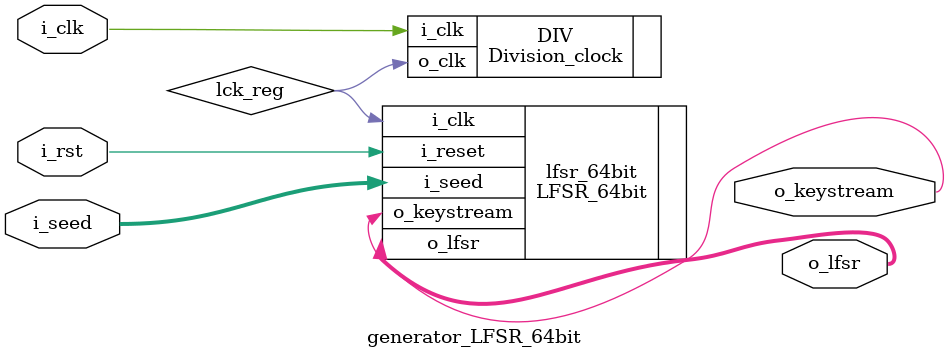
<source format=v>
module generator_LFSR_64bit 
//#(
//    parameter integer clk_n = 8
//)
(
    input i_clk,
    input i_rst,
    input [63:0] i_seed,
    output [63:0] o_lfsr,
    output o_keystream
);

wire lck_reg;
//wire [127:0] lfsr_reg;
//wire keystream_reg;

Division_clock  DIV (
    .i_clk(i_clk),
    .o_clk(lck_reg)
);

LFSR_64bit lfsr_64bit (
    .i_clk(lck_reg),
    .i_reset(i_rst),
    .i_seed(i_seed),
    .o_lfsr(o_lfsr),
    .o_keystream(o_keystream)
);

//assign o_lfsr = lfsr_reg;
//assign o_keystream = keystream_reg;

endmodule

</source>
